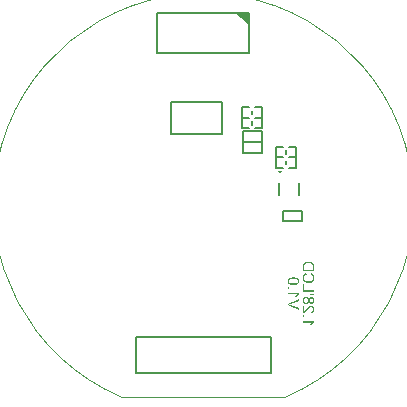
<source format=gbo>
G04*
G04 #@! TF.GenerationSoftware,Altium Limited,Altium Designer,22.0.2 (36)*
G04*
G04 Layer_Color=32896*
%FSLAX25Y25*%
%MOIN*%
G70*
G04*
G04 #@! TF.SameCoordinates,6020ED95-2C93-4A4D-A151-97898FCA3E42*
G04*
G04*
G04 #@! TF.FilePolarity,Positive*
G04*
G01*
G75*
%ADD10C,0.00050*%
%ADD22C,0.00600*%
%ADD33C,0.00500*%
G36*
X26050Y10800D02*
X25500Y9800D01*
X24950Y10800D01*
X26050D01*
D02*
G37*
G36*
X15195Y63619D02*
X11258D01*
X15195Y59682D01*
Y63619D01*
D02*
G37*
G36*
X35204Y-19348D02*
X35291Y-19352D01*
X35374Y-19365D01*
X35453Y-19377D01*
X35528Y-19390D01*
X35599Y-19402D01*
X35666Y-19415D01*
X35724Y-19432D01*
X35774Y-19444D01*
X35820Y-19456D01*
X35857Y-19469D01*
X35886Y-19481D01*
X35911Y-19486D01*
X35923Y-19494D01*
X35928D01*
X36069Y-19556D01*
X36198Y-19627D01*
X36256Y-19664D01*
X36310Y-19702D01*
X36360Y-19739D01*
X36406Y-19777D01*
X36448Y-19810D01*
X36481Y-19843D01*
X36514Y-19873D01*
X36539Y-19897D01*
X36560Y-19918D01*
X36573Y-19935D01*
X36581Y-19943D01*
X36585Y-19947D01*
X36656Y-20039D01*
X36714Y-20134D01*
X36760Y-20226D01*
X36797Y-20313D01*
X36826Y-20392D01*
X36835Y-20426D01*
X36843Y-20455D01*
X36851Y-20476D01*
X36855Y-20492D01*
X36860Y-20505D01*
Y-20509D01*
X36868Y-20555D01*
X36880Y-20605D01*
X36893Y-20717D01*
X36905Y-20829D01*
X36909Y-20942D01*
X36914Y-20991D01*
Y-21041D01*
X36918Y-21083D01*
Y-22514D01*
X33078D01*
Y-21129D01*
X33082Y-21004D01*
X33086Y-20888D01*
X33099Y-20784D01*
X33111Y-20692D01*
X33116Y-20654D01*
X33120Y-20621D01*
X33128Y-20588D01*
X33132Y-20563D01*
X33136Y-20542D01*
Y-20530D01*
X33141Y-20521D01*
Y-20517D01*
X33170Y-20422D01*
X33199Y-20330D01*
X33232Y-20251D01*
X33261Y-20185D01*
X33290Y-20130D01*
X33311Y-20089D01*
X33328Y-20064D01*
X33332Y-20060D01*
Y-20055D01*
X33386Y-19985D01*
X33440Y-19918D01*
X33498Y-19860D01*
X33557Y-19810D01*
X33606Y-19764D01*
X33644Y-19735D01*
X33661Y-19723D01*
X33673Y-19714D01*
X33677Y-19706D01*
X33681D01*
X33769Y-19648D01*
X33860Y-19598D01*
X33956Y-19552D01*
X34043Y-19515D01*
X34122Y-19486D01*
X34155Y-19473D01*
X34185Y-19461D01*
X34205Y-19456D01*
X34222Y-19448D01*
X34235Y-19444D01*
X34239D01*
X34372Y-19411D01*
X34505Y-19386D01*
X34634Y-19365D01*
X34755Y-19352D01*
X34809Y-19348D01*
X34859Y-19344D01*
X34904D01*
X34942Y-19340D01*
X34975D01*
X34996D01*
X35013D01*
X35017D01*
X35204Y-19348D01*
D02*
G37*
G36*
X34426Y-23646D02*
X34339Y-23666D01*
X34255Y-23696D01*
X34176Y-23725D01*
X34106Y-23754D01*
X34039Y-23787D01*
X33981Y-23820D01*
X33927Y-23854D01*
X33877Y-23887D01*
X33835Y-23920D01*
X33798Y-23949D01*
X33764Y-23978D01*
X33740Y-23999D01*
X33719Y-24020D01*
X33706Y-24037D01*
X33698Y-24045D01*
X33694Y-24049D01*
X33652Y-24107D01*
X33615Y-24166D01*
X33581Y-24224D01*
X33552Y-24286D01*
X33527Y-24349D01*
X33507Y-24407D01*
X33477Y-24523D01*
X33469Y-24573D01*
X33461Y-24623D01*
X33457Y-24665D01*
X33452Y-24702D01*
X33448Y-24731D01*
Y-24773D01*
X33452Y-24839D01*
X33457Y-24902D01*
X33477Y-25023D01*
X33507Y-25135D01*
X33540Y-25231D01*
X33557Y-25272D01*
X33569Y-25310D01*
X33586Y-25343D01*
X33598Y-25372D01*
X33611Y-25397D01*
X33619Y-25414D01*
X33627Y-25422D01*
Y-25426D01*
X33665Y-25480D01*
X33702Y-25530D01*
X33789Y-25622D01*
X33877Y-25696D01*
X33968Y-25759D01*
X34047Y-25805D01*
X34081Y-25825D01*
X34114Y-25842D01*
X34139Y-25850D01*
X34155Y-25859D01*
X34168Y-25867D01*
X34172D01*
X34314Y-25913D01*
X34459Y-25950D01*
X34605Y-25975D01*
X34671Y-25984D01*
X34738Y-25992D01*
X34800Y-25996D01*
X34854Y-26000D01*
X34904Y-26004D01*
X34946D01*
X34983Y-26008D01*
X35008D01*
X35025D01*
X35029D01*
X35171Y-26004D01*
X35304Y-25992D01*
X35429Y-25971D01*
X35487Y-25963D01*
X35541Y-25950D01*
X35587Y-25938D01*
X35632Y-25929D01*
X35670Y-25917D01*
X35703Y-25909D01*
X35728Y-25905D01*
X35749Y-25896D01*
X35761Y-25892D01*
X35765D01*
X35894Y-25838D01*
X36007Y-25776D01*
X36102Y-25709D01*
X36144Y-25671D01*
X36186Y-25638D01*
X36219Y-25605D01*
X36248Y-25576D01*
X36277Y-25547D01*
X36298Y-25526D01*
X36315Y-25505D01*
X36327Y-25488D01*
X36331Y-25480D01*
X36335Y-25476D01*
X36373Y-25418D01*
X36406Y-25359D01*
X36435Y-25297D01*
X36460Y-25235D01*
X36498Y-25110D01*
X36527Y-24989D01*
X36535Y-24939D01*
X36539Y-24889D01*
X36543Y-24844D01*
X36547Y-24806D01*
X36552Y-24773D01*
Y-24661D01*
X36543Y-24594D01*
X36523Y-24469D01*
X36489Y-24361D01*
X36473Y-24315D01*
X36456Y-24270D01*
X36439Y-24228D01*
X36423Y-24195D01*
X36406Y-24166D01*
X36389Y-24141D01*
X36377Y-24120D01*
X36369Y-24107D01*
X36364Y-24099D01*
X36360Y-24095D01*
X36323Y-24049D01*
X36281Y-24003D01*
X36186Y-23929D01*
X36082Y-23858D01*
X35982Y-23804D01*
X35890Y-23762D01*
X35853Y-23741D01*
X35820Y-23729D01*
X35790Y-23716D01*
X35765Y-23712D01*
X35753Y-23704D01*
X35749D01*
X35865Y-23205D01*
X35961Y-23238D01*
X36053Y-23275D01*
X36140Y-23313D01*
X36219Y-23359D01*
X36294Y-23400D01*
X36360Y-23446D01*
X36423Y-23492D01*
X36477Y-23537D01*
X36527Y-23583D01*
X36568Y-23621D01*
X36606Y-23658D01*
X36635Y-23691D01*
X36660Y-23716D01*
X36676Y-23737D01*
X36685Y-23750D01*
X36689Y-23754D01*
X36743Y-23829D01*
X36785Y-23908D01*
X36826Y-23987D01*
X36860Y-24070D01*
X36889Y-24153D01*
X36914Y-24232D01*
X36930Y-24311D01*
X36947Y-24386D01*
X36959Y-24457D01*
X36968Y-24519D01*
X36976Y-24577D01*
X36980Y-24627D01*
X36984Y-24669D01*
Y-24723D01*
X36980Y-24819D01*
X36976Y-24910D01*
X36947Y-25081D01*
X36930Y-25164D01*
X36909Y-25239D01*
X36889Y-25314D01*
X36868Y-25380D01*
X36847Y-25438D01*
X36826Y-25493D01*
X36805Y-25543D01*
X36789Y-25580D01*
X36772Y-25613D01*
X36760Y-25634D01*
X36755Y-25651D01*
X36751Y-25655D01*
X36706Y-25730D01*
X36656Y-25805D01*
X36602Y-25871D01*
X36547Y-25934D01*
X36489Y-25992D01*
X36435Y-26046D01*
X36377Y-26092D01*
X36327Y-26137D01*
X36273Y-26175D01*
X36227Y-26208D01*
X36186Y-26237D01*
X36148Y-26262D01*
X36115Y-26279D01*
X36094Y-26291D01*
X36077Y-26300D01*
X36073Y-26304D01*
X35990Y-26345D01*
X35899Y-26379D01*
X35811Y-26408D01*
X35724Y-26437D01*
X35545Y-26478D01*
X35462Y-26491D01*
X35383Y-26504D01*
X35308Y-26512D01*
X35241Y-26520D01*
X35179Y-26524D01*
X35125Y-26528D01*
X35083Y-26533D01*
X35050D01*
X35033D01*
X35025D01*
X34925Y-26528D01*
X34825Y-26524D01*
X34634Y-26499D01*
X34542Y-26487D01*
X34459Y-26470D01*
X34380Y-26449D01*
X34305Y-26433D01*
X34239Y-26412D01*
X34176Y-26395D01*
X34126Y-26379D01*
X34081Y-26362D01*
X34047Y-26350D01*
X34018Y-26341D01*
X34002Y-26337D01*
X33997Y-26333D01*
X33910Y-26291D01*
X33827Y-26250D01*
X33752Y-26204D01*
X33681Y-26154D01*
X33615Y-26104D01*
X33557Y-26058D01*
X33502Y-26008D01*
X33452Y-25963D01*
X33407Y-25917D01*
X33369Y-25875D01*
X33340Y-25838D01*
X33311Y-25805D01*
X33290Y-25780D01*
X33278Y-25759D01*
X33269Y-25746D01*
X33265Y-25742D01*
X33220Y-25667D01*
X33182Y-25588D01*
X33149Y-25505D01*
X33120Y-25418D01*
X33099Y-25335D01*
X33078Y-25251D01*
X33061Y-25168D01*
X33049Y-25089D01*
X33037Y-25014D01*
X33028Y-24948D01*
X33024Y-24885D01*
X33020Y-24835D01*
X33016Y-24790D01*
Y-24731D01*
X33020Y-24619D01*
X33028Y-24515D01*
X33045Y-24415D01*
X33066Y-24319D01*
X33091Y-24228D01*
X33120Y-24145D01*
X33149Y-24070D01*
X33178Y-23999D01*
X33207Y-23933D01*
X33236Y-23878D01*
X33265Y-23829D01*
X33290Y-23791D01*
X33311Y-23758D01*
X33328Y-23737D01*
X33336Y-23720D01*
X33340Y-23716D01*
X33407Y-23641D01*
X33477Y-23571D01*
X33552Y-23508D01*
X33627Y-23450D01*
X33706Y-23396D01*
X33789Y-23350D01*
X33864Y-23309D01*
X33943Y-23271D01*
X34014Y-23238D01*
X34081Y-23213D01*
X34143Y-23188D01*
X34193Y-23171D01*
X34239Y-23155D01*
X34268Y-23146D01*
X34289Y-23138D01*
X34297D01*
X34426Y-23646D01*
D02*
G37*
G36*
X33531Y-28883D02*
X36918D01*
Y-29390D01*
X33078D01*
Y-26990D01*
X33531D01*
Y-28883D01*
D02*
G37*
G36*
X36918Y-30564D02*
X36273D01*
X35557Y-30447D01*
Y-30156D01*
X36273Y-30027D01*
X36918D01*
Y-30564D01*
D02*
G37*
G36*
X34305Y-31050D02*
X34422Y-31071D01*
X34526Y-31100D01*
X34613Y-31134D01*
X34650Y-31154D01*
X34684Y-31171D01*
X34713Y-31188D01*
X34738Y-31200D01*
X34759Y-31213D01*
X34771Y-31221D01*
X34780Y-31225D01*
X34784Y-31229D01*
X34875Y-31304D01*
X34950Y-31392D01*
X35017Y-31479D01*
X35067Y-31566D01*
X35108Y-31645D01*
X35125Y-31679D01*
X35137Y-31708D01*
X35146Y-31733D01*
X35154Y-31749D01*
X35158Y-31762D01*
Y-31766D01*
X35204Y-31666D01*
X35250Y-31579D01*
X35304Y-31508D01*
X35349Y-31446D01*
X35395Y-31400D01*
X35429Y-31367D01*
X35453Y-31350D01*
X35458Y-31342D01*
X35462D01*
X35541Y-31296D01*
X35620Y-31258D01*
X35699Y-31233D01*
X35770Y-31217D01*
X35832Y-31208D01*
X35861Y-31204D01*
X35882Y-31200D01*
X35903D01*
X35915D01*
X35923D01*
X35928D01*
X36003Y-31204D01*
X36077Y-31213D01*
X36148Y-31229D01*
X36215Y-31250D01*
X36277Y-31271D01*
X36335Y-31296D01*
X36389Y-31325D01*
X36439Y-31354D01*
X36481Y-31383D01*
X36523Y-31412D01*
X36556Y-31437D01*
X36585Y-31458D01*
X36606Y-31479D01*
X36622Y-31495D01*
X36631Y-31504D01*
X36635Y-31508D01*
X36689Y-31566D01*
X36731Y-31633D01*
X36772Y-31695D01*
X36805Y-31766D01*
X36835Y-31833D01*
X36860Y-31899D01*
X36876Y-31966D01*
X36893Y-32028D01*
X36905Y-32090D01*
X36914Y-32144D01*
X36922Y-32194D01*
X36926Y-32236D01*
X36930Y-32269D01*
Y-32319D01*
X36926Y-32411D01*
X36918Y-32498D01*
X36905Y-32577D01*
X36884Y-32656D01*
X36864Y-32727D01*
X36839Y-32789D01*
X36814Y-32852D01*
X36789Y-32906D01*
X36760Y-32956D01*
X36735Y-32997D01*
X36710Y-33035D01*
X36689Y-33064D01*
X36668Y-33089D01*
X36656Y-33105D01*
X36647Y-33114D01*
X36643Y-33118D01*
X36589Y-33172D01*
X36531Y-33218D01*
X36473Y-33255D01*
X36414Y-33293D01*
X36352Y-33322D01*
X36294Y-33342D01*
X36240Y-33363D01*
X36186Y-33380D01*
X36132Y-33393D01*
X36086Y-33401D01*
X36044Y-33409D01*
X36011Y-33413D01*
X35982D01*
X35957Y-33417D01*
X35944D01*
X35940D01*
X35840Y-33413D01*
X35749Y-33397D01*
X35666Y-33372D01*
X35595Y-33347D01*
X35541Y-33322D01*
X35499Y-33297D01*
X35482Y-33288D01*
X35470Y-33280D01*
X35466Y-33276D01*
X35462D01*
X35391Y-33218D01*
X35333Y-33147D01*
X35279Y-33076D01*
X35237Y-33006D01*
X35204Y-32943D01*
X35187Y-32914D01*
X35179Y-32889D01*
X35171Y-32872D01*
X35162Y-32856D01*
X35158Y-32847D01*
Y-32843D01*
X35116Y-32968D01*
X35067Y-33076D01*
X35008Y-33168D01*
X34950Y-33243D01*
X34925Y-33276D01*
X34896Y-33305D01*
X34875Y-33330D01*
X34854Y-33347D01*
X34838Y-33363D01*
X34825Y-33376D01*
X34817Y-33380D01*
X34813Y-33384D01*
X34763Y-33417D01*
X34713Y-33446D01*
X34609Y-33492D01*
X34505Y-33526D01*
X34409Y-33546D01*
X34363Y-33555D01*
X34322Y-33563D01*
X34284Y-33567D01*
X34251D01*
X34226Y-33571D01*
X34205D01*
X34193D01*
X34189D01*
X34097Y-33567D01*
X34010Y-33555D01*
X33923Y-33538D01*
X33843Y-33517D01*
X33773Y-33492D01*
X33702Y-33463D01*
X33640Y-33430D01*
X33581Y-33397D01*
X33527Y-33367D01*
X33482Y-33334D01*
X33444Y-33305D01*
X33411Y-33280D01*
X33382Y-33259D01*
X33365Y-33243D01*
X33353Y-33230D01*
X33349Y-33226D01*
X33290Y-33160D01*
X33240Y-33085D01*
X33195Y-33010D01*
X33157Y-32935D01*
X33124Y-32856D01*
X33099Y-32781D01*
X33074Y-32706D01*
X33057Y-32635D01*
X33045Y-32569D01*
X33032Y-32506D01*
X33024Y-32448D01*
X33020Y-32402D01*
Y-32361D01*
X33016Y-32332D01*
Y-32307D01*
X33020Y-32203D01*
X33028Y-32103D01*
X33045Y-32011D01*
X33070Y-31924D01*
X33095Y-31845D01*
X33120Y-31770D01*
X33153Y-31699D01*
X33182Y-31637D01*
X33211Y-31583D01*
X33244Y-31533D01*
X33269Y-31491D01*
X33299Y-31454D01*
X33319Y-31429D01*
X33336Y-31408D01*
X33344Y-31396D01*
X33349Y-31392D01*
X33411Y-31329D01*
X33482Y-31275D01*
X33548Y-31229D01*
X33619Y-31188D01*
X33690Y-31154D01*
X33756Y-31125D01*
X33823Y-31104D01*
X33889Y-31084D01*
X33948Y-31071D01*
X34002Y-31059D01*
X34051Y-31054D01*
X34093Y-31046D01*
X34130D01*
X34155Y-31042D01*
X34172D01*
X34176D01*
X34243D01*
X34305Y-31050D01*
D02*
G37*
G36*
X33531Y-35963D02*
X33623Y-35897D01*
X33665Y-35864D01*
X33702Y-35830D01*
X33735Y-35801D01*
X33760Y-35780D01*
X33777Y-35764D01*
X33781Y-35759D01*
X33806Y-35735D01*
X33839Y-35701D01*
X33873Y-35664D01*
X33910Y-35622D01*
X33993Y-35535D01*
X34072Y-35443D01*
X34147Y-35356D01*
X34181Y-35318D01*
X34210Y-35281D01*
X34235Y-35256D01*
X34251Y-35231D01*
X34264Y-35219D01*
X34268Y-35214D01*
X34347Y-35123D01*
X34422Y-35036D01*
X34488Y-34957D01*
X34555Y-34886D01*
X34613Y-34819D01*
X34671Y-34761D01*
X34721Y-34707D01*
X34767Y-34657D01*
X34804Y-34615D01*
X34842Y-34582D01*
X34871Y-34553D01*
X34896Y-34528D01*
X34917Y-34512D01*
X34929Y-34495D01*
X34938Y-34491D01*
X34942Y-34486D01*
X35033Y-34407D01*
X35116Y-34345D01*
X35195Y-34291D01*
X35266Y-34245D01*
X35324Y-34212D01*
X35370Y-34187D01*
X35387Y-34179D01*
X35399Y-34174D01*
X35403Y-34170D01*
X35408D01*
X35491Y-34137D01*
X35574Y-34116D01*
X35649Y-34100D01*
X35720Y-34087D01*
X35778Y-34079D01*
X35824Y-34075D01*
X35840D01*
X35853D01*
X35857D01*
X35861D01*
X35944Y-34079D01*
X36023Y-34087D01*
X36098Y-34104D01*
X36173Y-34125D01*
X36240Y-34150D01*
X36302Y-34179D01*
X36360Y-34208D01*
X36410Y-34237D01*
X36460Y-34266D01*
X36502Y-34295D01*
X36539Y-34324D01*
X36568Y-34349D01*
X36589Y-34370D01*
X36610Y-34387D01*
X36618Y-34395D01*
X36622Y-34399D01*
X36676Y-34462D01*
X36722Y-34528D01*
X36764Y-34599D01*
X36801Y-34674D01*
X36830Y-34745D01*
X36855Y-34819D01*
X36876Y-34890D01*
X36893Y-34961D01*
X36905Y-35023D01*
X36914Y-35086D01*
X36922Y-35140D01*
X36926Y-35185D01*
X36930Y-35223D01*
Y-35277D01*
X36926Y-35377D01*
X36918Y-35472D01*
X36905Y-35560D01*
X36884Y-35643D01*
X36864Y-35722D01*
X36839Y-35793D01*
X36814Y-35859D01*
X36789Y-35918D01*
X36760Y-35972D01*
X36735Y-36017D01*
X36710Y-36059D01*
X36689Y-36092D01*
X36668Y-36117D01*
X36656Y-36134D01*
X36647Y-36146D01*
X36643Y-36151D01*
X36589Y-36209D01*
X36527Y-36259D01*
X36464Y-36305D01*
X36394Y-36346D01*
X36327Y-36379D01*
X36261Y-36413D01*
X36190Y-36438D01*
X36127Y-36458D01*
X36065Y-36479D01*
X36007Y-36492D01*
X35953Y-36504D01*
X35907Y-36513D01*
X35869Y-36517D01*
X35844Y-36521D01*
X35828Y-36525D01*
X35820D01*
X35770Y-36042D01*
X35836Y-36038D01*
X35899Y-36034D01*
X36007Y-36009D01*
X36107Y-35976D01*
X36148Y-35959D01*
X36186Y-35938D01*
X36219Y-35922D01*
X36248Y-35901D01*
X36273Y-35884D01*
X36294Y-35872D01*
X36310Y-35855D01*
X36323Y-35847D01*
X36327Y-35843D01*
X36331Y-35838D01*
X36369Y-35797D01*
X36402Y-35755D01*
X36427Y-35710D01*
X36452Y-35664D01*
X36489Y-35572D01*
X36514Y-35485D01*
X36527Y-35410D01*
X36535Y-35377D01*
Y-35348D01*
X36539Y-35323D01*
Y-35231D01*
X36531Y-35173D01*
X36510Y-35069D01*
X36477Y-34982D01*
X36443Y-34903D01*
X36406Y-34844D01*
X36389Y-34819D01*
X36373Y-34798D01*
X36360Y-34782D01*
X36352Y-34769D01*
X36348Y-34765D01*
X36344Y-34761D01*
X36306Y-34724D01*
X36269Y-34694D01*
X36231Y-34665D01*
X36190Y-34645D01*
X36111Y-34607D01*
X36036Y-34582D01*
X35973Y-34570D01*
X35944Y-34561D01*
X35919D01*
X35903Y-34557D01*
X35886D01*
X35878D01*
X35874D01*
X35824Y-34561D01*
X35774Y-34566D01*
X35674Y-34591D01*
X35578Y-34628D01*
X35491Y-34670D01*
X35416Y-34711D01*
X35387Y-34728D01*
X35358Y-34749D01*
X35337Y-34761D01*
X35320Y-34774D01*
X35312Y-34778D01*
X35308Y-34782D01*
X35250Y-34828D01*
X35187Y-34882D01*
X35121Y-34944D01*
X35054Y-35011D01*
X34917Y-35148D01*
X34788Y-35289D01*
X34725Y-35356D01*
X34671Y-35423D01*
X34621Y-35481D01*
X34580Y-35531D01*
X34542Y-35572D01*
X34517Y-35601D01*
X34497Y-35622D01*
X34492Y-35631D01*
X34430Y-35705D01*
X34372Y-35772D01*
X34318Y-35838D01*
X34264Y-35897D01*
X34214Y-35955D01*
X34164Y-36005D01*
X34122Y-36051D01*
X34081Y-36092D01*
X34043Y-36130D01*
X34010Y-36159D01*
X33981Y-36188D01*
X33960Y-36209D01*
X33939Y-36230D01*
X33927Y-36242D01*
X33918Y-36246D01*
X33914Y-36250D01*
X33823Y-36325D01*
X33731Y-36388D01*
X33644Y-36442D01*
X33565Y-36483D01*
X33498Y-36517D01*
X33469Y-36529D01*
X33448Y-36542D01*
X33428Y-36550D01*
X33415Y-36554D01*
X33407Y-36558D01*
X33403D01*
X33344Y-36579D01*
X33286Y-36592D01*
X33232Y-36604D01*
X33182Y-36608D01*
X33141Y-36612D01*
X33107D01*
X33086D01*
X33078D01*
Y-34071D01*
X33531D01*
Y-35963D01*
D02*
G37*
G36*
X33615Y-37773D02*
X33078D01*
Y-37236D01*
X33615D01*
Y-37773D01*
D02*
G37*
G36*
X36930Y-39549D02*
X36835Y-39603D01*
X36743Y-39666D01*
X36656Y-39737D01*
X36581Y-39807D01*
X36510Y-39870D01*
X36485Y-39899D01*
X36460Y-39919D01*
X36439Y-39940D01*
X36427Y-39957D01*
X36419Y-39965D01*
X36414Y-39969D01*
X36319Y-40082D01*
X36235Y-40202D01*
X36156Y-40319D01*
X36090Y-40427D01*
X36065Y-40473D01*
X36040Y-40519D01*
X36015Y-40560D01*
X35998Y-40593D01*
X35986Y-40622D01*
X35973Y-40643D01*
X35969Y-40656D01*
X35965Y-40660D01*
X35512D01*
X35545Y-40577D01*
X35582Y-40489D01*
X35624Y-40406D01*
X35661Y-40331D01*
X35699Y-40265D01*
X35711Y-40236D01*
X35728Y-40211D01*
X35736Y-40190D01*
X35745Y-40177D01*
X35753Y-40169D01*
Y-40165D01*
X35815Y-40065D01*
X35874Y-39978D01*
X35928Y-39899D01*
X35978Y-39836D01*
X36019Y-39782D01*
X36048Y-39745D01*
X36069Y-39724D01*
X36077Y-39716D01*
X33078D01*
Y-39246D01*
X36930D01*
Y-39549D01*
D02*
G37*
G36*
X30202Y-24632D02*
X30293Y-24636D01*
X30381Y-24640D01*
X30460Y-24648D01*
X30535Y-24656D01*
X30601Y-24665D01*
X30663Y-24669D01*
X30718Y-24677D01*
X30763Y-24686D01*
X30805Y-24694D01*
X30838Y-24702D01*
X30867Y-24706D01*
X30884Y-24711D01*
X30896Y-24715D01*
X30901D01*
X31021Y-24748D01*
X31134Y-24790D01*
X31229Y-24827D01*
X31313Y-24864D01*
X31346Y-24885D01*
X31379Y-24898D01*
X31408Y-24914D01*
X31429Y-24927D01*
X31446Y-24939D01*
X31458Y-24943D01*
X31466Y-24952D01*
X31471D01*
X31554Y-25010D01*
X31629Y-25077D01*
X31691Y-25139D01*
X31741Y-25201D01*
X31782Y-25256D01*
X31808Y-25297D01*
X31820Y-25314D01*
X31828Y-25326D01*
X31833Y-25335D01*
Y-25339D01*
X31874Y-25430D01*
X31903Y-25522D01*
X31928Y-25613D01*
X31941Y-25696D01*
X31949Y-25771D01*
X31953Y-25800D01*
X31957Y-25830D01*
Y-25879D01*
X31953Y-25954D01*
X31949Y-26029D01*
X31936Y-26100D01*
X31924Y-26166D01*
X31907Y-26225D01*
X31887Y-26283D01*
X31866Y-26337D01*
X31845Y-26383D01*
X31824Y-26429D01*
X31803Y-26466D01*
X31787Y-26499D01*
X31766Y-26524D01*
X31753Y-26545D01*
X31741Y-26562D01*
X31737Y-26570D01*
X31733Y-26574D01*
X31687Y-26624D01*
X31641Y-26670D01*
X31537Y-26753D01*
X31433Y-26828D01*
X31329Y-26886D01*
X31279Y-26911D01*
X31238Y-26932D01*
X31196Y-26949D01*
X31163Y-26965D01*
X31134Y-26974D01*
X31109Y-26982D01*
X31096Y-26990D01*
X31092D01*
X31013Y-27015D01*
X30926Y-27036D01*
X30747Y-27069D01*
X30564Y-27094D01*
X30476Y-27103D01*
X30389Y-27111D01*
X30310Y-27115D01*
X30235Y-27119D01*
X30169Y-27123D01*
X30110D01*
X30064Y-27128D01*
X30027D01*
X30006D01*
X29998D01*
X29802Y-27123D01*
X29619Y-27111D01*
X29453Y-27094D01*
X29299Y-27069D01*
X29158Y-27040D01*
X29029Y-27007D01*
X28916Y-26974D01*
X28812Y-26936D01*
X28725Y-26903D01*
X28646Y-26870D01*
X28583Y-26836D01*
X28529Y-26807D01*
X28488Y-26782D01*
X28459Y-26766D01*
X28442Y-26753D01*
X28438Y-26749D01*
X28367Y-26686D01*
X28309Y-26620D01*
X28255Y-26549D01*
X28209Y-26478D01*
X28172Y-26408D01*
X28138Y-26333D01*
X28113Y-26262D01*
X28093Y-26196D01*
X28076Y-26129D01*
X28063Y-26071D01*
X28055Y-26017D01*
X28051Y-25971D01*
X28047Y-25934D01*
X28043Y-25905D01*
Y-25879D01*
X28047Y-25800D01*
X28051Y-25730D01*
X28063Y-25659D01*
X28076Y-25592D01*
X28097Y-25530D01*
X28113Y-25476D01*
X28134Y-25422D01*
X28155Y-25376D01*
X28176Y-25330D01*
X28197Y-25293D01*
X28217Y-25260D01*
X28234Y-25235D01*
X28247Y-25214D01*
X28259Y-25197D01*
X28263Y-25189D01*
X28267Y-25185D01*
X28313Y-25135D01*
X28359Y-25085D01*
X28463Y-25002D01*
X28567Y-24931D01*
X28671Y-24873D01*
X28721Y-24848D01*
X28767Y-24827D01*
X28804Y-24810D01*
X28841Y-24794D01*
X28866Y-24781D01*
X28891Y-24777D01*
X28904Y-24769D01*
X28908D01*
X28987Y-24744D01*
X29074Y-24723D01*
X29253Y-24686D01*
X29436Y-24661D01*
X29524Y-24652D01*
X29611Y-24644D01*
X29690Y-24640D01*
X29765Y-24636D01*
X29827Y-24632D01*
X29886Y-24627D01*
X29931D01*
X29969D01*
X29990D01*
X29998D01*
X30102D01*
X30202Y-24632D01*
D02*
G37*
G36*
X28642Y-28355D02*
X28105D01*
Y-27818D01*
X28642D01*
Y-28355D01*
D02*
G37*
G36*
X31957Y-30131D02*
X31862Y-30185D01*
X31770Y-30248D01*
X31683Y-30318D01*
X31608Y-30389D01*
X31537Y-30451D01*
X31512Y-30481D01*
X31487Y-30501D01*
X31466Y-30522D01*
X31454Y-30539D01*
X31446Y-30547D01*
X31441Y-30551D01*
X31346Y-30663D01*
X31262Y-30784D01*
X31183Y-30901D01*
X31117Y-31009D01*
X31092Y-31054D01*
X31067Y-31100D01*
X31042Y-31142D01*
X31025Y-31175D01*
X31013Y-31204D01*
X31001Y-31225D01*
X30996Y-31238D01*
X30992Y-31242D01*
X30539D01*
X30572Y-31159D01*
X30609Y-31071D01*
X30651Y-30988D01*
X30689Y-30913D01*
X30726Y-30847D01*
X30738Y-30817D01*
X30755Y-30792D01*
X30763Y-30772D01*
X30772Y-30759D01*
X30780Y-30751D01*
Y-30747D01*
X30842Y-30647D01*
X30901Y-30560D01*
X30955Y-30481D01*
X31005Y-30418D01*
X31046Y-30364D01*
X31075Y-30327D01*
X31096Y-30306D01*
X31104Y-30297D01*
X28105D01*
Y-29827D01*
X31957D01*
Y-30131D01*
D02*
G37*
G36*
X31945Y-32386D02*
X29153Y-33422D01*
X29037Y-33463D01*
X28925Y-33505D01*
X28817Y-33542D01*
X28721Y-33571D01*
X28679Y-33584D01*
X28642Y-33596D01*
X28609Y-33605D01*
X28579Y-33613D01*
X28559Y-33621D01*
X28538Y-33625D01*
X28529Y-33630D01*
X28525D01*
X28638Y-33663D01*
X28750Y-33696D01*
X28854Y-33729D01*
X28950Y-33759D01*
X28995Y-33775D01*
X29033Y-33788D01*
X29066Y-33800D01*
X29095Y-33808D01*
X29120Y-33817D01*
X29137Y-33825D01*
X29149Y-33829D01*
X29153D01*
X31945Y-34828D01*
Y-35381D01*
X28105Y-33892D01*
Y-33367D01*
X31945Y-31870D01*
Y-32386D01*
D02*
G37*
%LPC*%
G36*
X35083Y-19864D02*
X35050D01*
X35033D01*
X35025D01*
X34867Y-19868D01*
X34725Y-19881D01*
X34659Y-19889D01*
X34601Y-19897D01*
X34542Y-19906D01*
X34492Y-19914D01*
X34447Y-19927D01*
X34405Y-19935D01*
X34368Y-19943D01*
X34339Y-19951D01*
X34314Y-19960D01*
X34297Y-19964D01*
X34289Y-19968D01*
X34284D01*
X34176Y-20010D01*
X34081Y-20055D01*
X33997Y-20101D01*
X33927Y-20143D01*
X33873Y-20185D01*
X33831Y-20218D01*
X33806Y-20238D01*
X33802Y-20243D01*
X33798Y-20247D01*
X33752Y-20297D01*
X33710Y-20355D01*
X33677Y-20413D01*
X33648Y-20467D01*
X33627Y-20517D01*
X33611Y-20555D01*
X33606Y-20571D01*
X33602Y-20584D01*
X33598Y-20588D01*
Y-20592D01*
X33577Y-20680D01*
X33561Y-20775D01*
X33548Y-20875D01*
X33540Y-20971D01*
X33536Y-21054D01*
Y-21091D01*
X33531Y-21125D01*
Y-22006D01*
X36464D01*
Y-21120D01*
X36460Y-21046D01*
X36456Y-20975D01*
X36452Y-20908D01*
X36448Y-20850D01*
X36439Y-20796D01*
X36431Y-20746D01*
X36427Y-20704D01*
X36419Y-20667D01*
X36410Y-20634D01*
X36402Y-20609D01*
X36398Y-20584D01*
X36394Y-20567D01*
X36389Y-20555D01*
X36385Y-20550D01*
Y-20546D01*
X36360Y-20492D01*
X36335Y-20442D01*
X36269Y-20351D01*
X36198Y-20268D01*
X36123Y-20197D01*
X36057Y-20143D01*
X36028Y-20118D01*
X36003Y-20101D01*
X35978Y-20085D01*
X35961Y-20072D01*
X35953Y-20068D01*
X35949Y-20064D01*
X35886Y-20030D01*
X35815Y-19997D01*
X35670Y-19947D01*
X35516Y-19914D01*
X35366Y-19889D01*
X35295Y-19881D01*
X35233Y-19873D01*
X35175Y-19868D01*
X35125D01*
X35083Y-19864D01*
D02*
G37*
G36*
X35953Y-31683D02*
X35940D01*
X35932D01*
X35928D01*
X35840Y-31691D01*
X35761Y-31712D01*
X35686Y-31737D01*
X35628Y-31770D01*
X35578Y-31803D01*
X35541Y-31828D01*
X35520Y-31849D01*
X35512Y-31857D01*
X35453Y-31928D01*
X35412Y-32003D01*
X35383Y-32078D01*
X35362Y-32149D01*
X35349Y-32211D01*
X35345Y-32236D01*
Y-32261D01*
X35341Y-32282D01*
Y-32307D01*
X35349Y-32406D01*
X35366Y-32498D01*
X35395Y-32577D01*
X35429Y-32640D01*
X35458Y-32694D01*
X35487Y-32731D01*
X35503Y-32756D01*
X35512Y-32764D01*
X35578Y-32822D01*
X35653Y-32864D01*
X35728Y-32893D01*
X35799Y-32914D01*
X35861Y-32926D01*
X35886Y-32931D01*
X35911D01*
X35932Y-32935D01*
X35944D01*
X35953D01*
X35957D01*
X36044Y-32926D01*
X36123Y-32906D01*
X36194Y-32881D01*
X36252Y-32847D01*
X36302Y-32814D01*
X36340Y-32789D01*
X36360Y-32768D01*
X36369Y-32760D01*
X36427Y-32689D01*
X36468Y-32614D01*
X36502Y-32540D01*
X36523Y-32469D01*
X36535Y-32406D01*
X36539Y-32377D01*
Y-32357D01*
X36543Y-32336D01*
Y-32261D01*
X36535Y-32215D01*
X36514Y-32128D01*
X36485Y-32049D01*
X36456Y-31986D01*
X36423Y-31932D01*
X36394Y-31895D01*
X36373Y-31870D01*
X36369Y-31862D01*
X36364D01*
X36331Y-31828D01*
X36294Y-31803D01*
X36223Y-31758D01*
X36148Y-31724D01*
X36082Y-31703D01*
X36019Y-31691D01*
X35973Y-31687D01*
X35953Y-31683D01*
D02*
G37*
G36*
X34201Y-31525D02*
X34185D01*
X34172D01*
X34168D01*
X34106Y-31529D01*
X34047Y-31533D01*
X33943Y-31558D01*
X33848Y-31595D01*
X33769Y-31633D01*
X33735Y-31654D01*
X33706Y-31674D01*
X33681Y-31695D01*
X33656Y-31712D01*
X33640Y-31724D01*
X33627Y-31737D01*
X33623Y-31741D01*
X33619Y-31745D01*
X33581Y-31787D01*
X33548Y-31833D01*
X33519Y-31878D01*
X33494Y-31924D01*
X33457Y-32020D01*
X33432Y-32107D01*
X33415Y-32186D01*
X33411Y-32219D01*
X33407Y-32248D01*
X33403Y-32273D01*
Y-32307D01*
X33407Y-32386D01*
X33419Y-32461D01*
X33436Y-32531D01*
X33452Y-32590D01*
X33469Y-32644D01*
X33486Y-32681D01*
X33498Y-32706D01*
X33502Y-32710D01*
Y-32714D01*
X33544Y-32781D01*
X33594Y-32839D01*
X33640Y-32885D01*
X33685Y-32926D01*
X33727Y-32956D01*
X33764Y-32981D01*
X33785Y-32993D01*
X33794Y-32997D01*
X33864Y-33026D01*
X33935Y-33051D01*
X34002Y-33068D01*
X34060Y-33076D01*
X34110Y-33085D01*
X34151Y-33089D01*
X34176D01*
X34181D01*
X34185D01*
X34247Y-33085D01*
X34301Y-33081D01*
X34409Y-33055D01*
X34505Y-33022D01*
X34584Y-32981D01*
X34617Y-32960D01*
X34646Y-32939D01*
X34671Y-32922D01*
X34696Y-32906D01*
X34713Y-32893D01*
X34725Y-32881D01*
X34730Y-32877D01*
X34734Y-32872D01*
X34771Y-32831D01*
X34809Y-32785D01*
X34838Y-32739D01*
X34863Y-32694D01*
X34900Y-32602D01*
X34925Y-32515D01*
X34942Y-32436D01*
X34946Y-32402D01*
X34950Y-32373D01*
X34954Y-32352D01*
Y-32319D01*
X34950Y-32257D01*
X34946Y-32199D01*
X34921Y-32086D01*
X34883Y-31991D01*
X34842Y-31907D01*
X34821Y-31874D01*
X34800Y-31841D01*
X34784Y-31816D01*
X34763Y-31795D01*
X34750Y-31774D01*
X34738Y-31762D01*
X34734Y-31758D01*
X34730Y-31753D01*
X34688Y-31712D01*
X34642Y-31679D01*
X34596Y-31645D01*
X34551Y-31620D01*
X34455Y-31579D01*
X34368Y-31554D01*
X34289Y-31537D01*
X34255Y-31533D01*
X34226Y-31529D01*
X34201Y-31525D01*
D02*
G37*
G36*
X30085Y-25110D02*
X30060D01*
X30040D01*
X30023D01*
X30010D01*
X30002D01*
X29998D01*
X29827Y-25114D01*
X29673Y-25118D01*
X29532Y-25131D01*
X29403Y-25143D01*
X29287Y-25160D01*
X29187Y-25181D01*
X29095Y-25201D01*
X29016Y-25222D01*
X28950Y-25243D01*
X28891Y-25264D01*
X28841Y-25280D01*
X28804Y-25301D01*
X28775Y-25314D01*
X28758Y-25326D01*
X28746Y-25330D01*
X28742Y-25335D01*
X28688Y-25376D01*
X28638Y-25422D01*
X28596Y-25468D01*
X28563Y-25513D01*
X28529Y-25559D01*
X28504Y-25605D01*
X28484Y-25646D01*
X28467Y-25688D01*
X28446Y-25763D01*
X28438Y-25796D01*
X28434Y-25825D01*
Y-25846D01*
X28430Y-25867D01*
Y-25879D01*
X28434Y-25938D01*
X28442Y-25996D01*
X28459Y-26050D01*
X28479Y-26100D01*
X28525Y-26196D01*
X28583Y-26275D01*
X28642Y-26337D01*
X28667Y-26362D01*
X28688Y-26383D01*
X28708Y-26404D01*
X28725Y-26416D01*
X28733Y-26420D01*
X28737Y-26425D01*
X28804Y-26462D01*
X28883Y-26495D01*
X28970Y-26528D01*
X29066Y-26553D01*
X29170Y-26574D01*
X29274Y-26591D01*
X29486Y-26616D01*
X29586Y-26628D01*
X29682Y-26632D01*
X29769Y-26637D01*
X29844Y-26641D01*
X29906Y-26645D01*
X29936D01*
X29956D01*
X29973D01*
X29985D01*
X29994D01*
X29998D01*
X30169Y-26641D01*
X30322Y-26632D01*
X30468Y-26624D01*
X30597Y-26607D01*
X30713Y-26591D01*
X30822Y-26570D01*
X30913Y-26545D01*
X30996Y-26524D01*
X31071Y-26504D01*
X31129Y-26478D01*
X31179Y-26458D01*
X31221Y-26441D01*
X31254Y-26425D01*
X31275Y-26412D01*
X31288Y-26408D01*
X31292Y-26404D01*
X31342Y-26366D01*
X31383Y-26325D01*
X31421Y-26283D01*
X31450Y-26241D01*
X31479Y-26196D01*
X31500Y-26154D01*
X31533Y-26071D01*
X31554Y-25996D01*
X31558Y-25963D01*
X31562Y-25938D01*
X31566Y-25913D01*
Y-25884D01*
X31562Y-25821D01*
X31554Y-25767D01*
X31537Y-25709D01*
X31516Y-25659D01*
X31466Y-25563D01*
X31412Y-25484D01*
X31383Y-25451D01*
X31354Y-25422D01*
X31325Y-25397D01*
X31304Y-25372D01*
X31283Y-25355D01*
X31267Y-25343D01*
X31258Y-25339D01*
X31254Y-25335D01*
X31188Y-25293D01*
X31113Y-25260D01*
X31021Y-25231D01*
X30926Y-25206D01*
X30826Y-25185D01*
X30722Y-25164D01*
X30510Y-25139D01*
X30410Y-25126D01*
X30314Y-25122D01*
X30227Y-25118D01*
X30152Y-25114D01*
X30085Y-25110D01*
D02*
G37*
%LPD*%
D10*
X27213Y-64579D02*
G03*
X-27214Y-64579I-27213J64579D01*
G01*
X-27214D02*
X0D01*
X27213D01*
D22*
X27605Y16563D02*
Y17763D01*
X30951Y15391D02*
Y18935D01*
X24259Y18934D02*
X24259Y18935D01*
X24259Y15391D02*
Y18934D01*
Y15391D02*
X26605D01*
X28605D02*
X30951D01*
X24259Y18934D02*
X26605D01*
X28605D02*
X30951D01*
X16200Y29700D02*
Y30900D01*
X19546Y28529D02*
Y32072D01*
X12854Y32071D02*
X12855Y32072D01*
X12854Y28529D02*
Y32071D01*
Y28529D02*
X15200D01*
X17200D02*
X19546D01*
X12854Y32071D02*
X15200D01*
X17200D02*
X19546D01*
X27605Y12998D02*
Y14198D01*
X30951Y11827D02*
Y15370D01*
X24259Y15370D02*
X24259Y15370D01*
X24259Y11827D02*
Y15370D01*
Y11827D02*
X26605D01*
X28605D02*
X30951D01*
X24259Y15370D02*
X26605D01*
X28605D02*
X30951D01*
X13052Y16928D02*
Y20472D01*
X19548Y16928D02*
Y20472D01*
X13052Y16928D02*
X19548D01*
X13052Y20472D02*
X19548D01*
X13052Y20528D02*
Y24072D01*
X19548Y20528D02*
Y24072D01*
X13052Y20528D02*
X19548D01*
X13052Y24072D02*
X19548D01*
X16200Y26200D02*
Y27400D01*
X19546Y25029D02*
Y28572D01*
X12854Y28571D02*
X12855Y28572D01*
X12854Y25029D02*
Y28571D01*
Y25029D02*
X15200D01*
X17200D02*
X19546D01*
X12854Y28571D02*
X15200D01*
X17200D02*
X19546D01*
X32927Y-5906D02*
Y-2363D01*
X26431Y-5906D02*
Y-2363D01*
X32927D01*
X26431Y-5906D02*
X32927D01*
X15195Y50269D02*
Y54268D01*
X-15395Y50269D02*
X15195D01*
X-15395D02*
Y54268D01*
Y63619D01*
X15195Y54268D02*
Y63619D01*
X-15395D02*
X15195D01*
Y59682D02*
Y63619D01*
X11258D02*
X15195D01*
X11258D02*
X15195Y59682D01*
D33*
X-10800Y23300D02*
X-2300D01*
X6200D01*
X-10800D02*
Y33700D01*
X6200D01*
Y23300D02*
Y33700D01*
X25000Y2700D02*
Y6700D01*
X31800Y2700D02*
Y6700D01*
X22441Y-56500D02*
Y-44500D01*
X-22441Y-56500D02*
Y-44500D01*
X22441D01*
X0Y-56500D02*
X22441D01*
X-22441D02*
X0D01*
M02*

</source>
